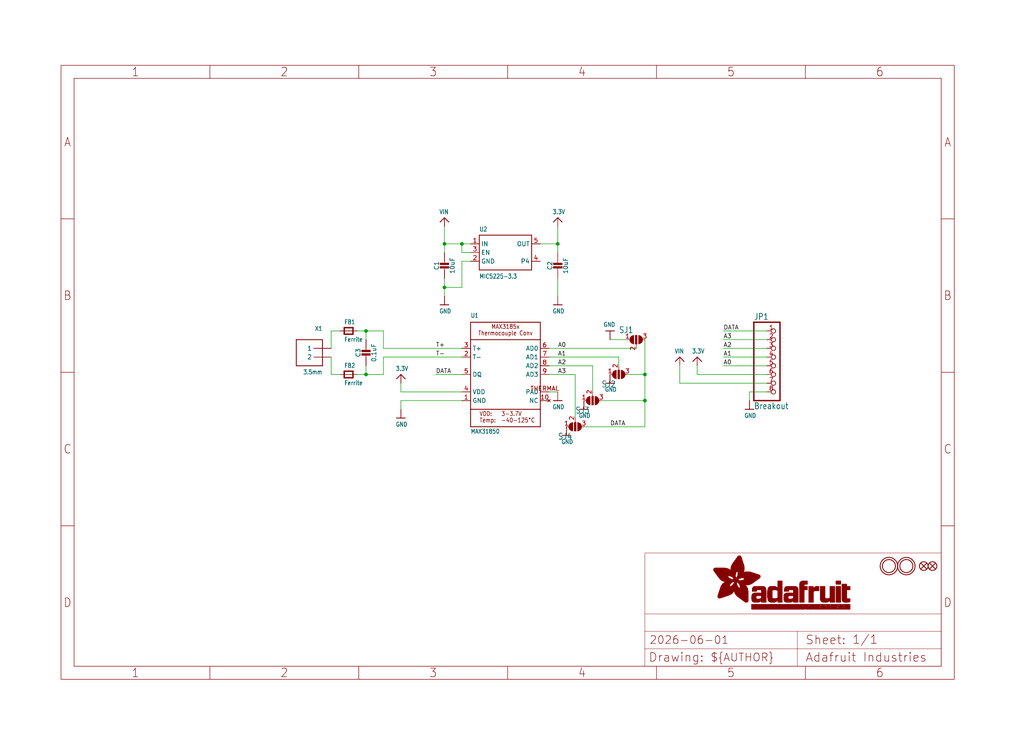
<source format=kicad_sch>
(kicad_sch (version 20230121) (generator eeschema)
  (paper "User" 298.45 217.322)
  (lib_symbols
    (symbol "working-eagle-import:3.3V" (power)
      (property "Value" "3.3V" (at -1.524 1.016 0))
      (symbol "3.3V_1_0"
        (pin power_in line (at 0 -2.54 90) (length 2.54) (name "3.3V") (number "1"))
      )
    )
    (symbol "working-eagle-import:CAP_CERAMIC0805-NOOUTLINE"
      (property "Reference" "C" (at -2.29 1.25 90))
      (symbol "CAP_CERAMIC0805-NOOUTLINE_1_0"
        (pin passive line (at 0 5.08 270) (length 2.54) (name "1") (number "1"))
        (pin passive line (at 0 -2.54 90) (length 2.54) (name "2") (number "2"))
      )
    )
    (symbol "working-eagle-import:FERRITE0805"
      (property "Reference" "FB" (at -1.27 1.905 0))
      (symbol "FERRITE0805_1_0"
        (pin passive line (at -2.54 0 0) (length 2.54) (name "P$1") (number "1"))
        (pin passive line (at 2.54 0 180) (length 2.54) (name "P$2") (number "2"))
      )
    )
    (symbol "working-eagle-import:FIDUCIAL{dblquote}{dblquote}")
    (symbol "working-eagle-import:FRAME_A4_ADAFRUIT"
      (symbol "FRAME_A4_ADAFRUIT_1_0"
        (text "${#}/${##}" (at 230.505 10.16 0) (effects (font (size 2.54 2.54)) (justify left bottom)))
        (text "${AUTHOR}" (at 189.23 5.08 0) (effects (font (size 2.286 2.286)) (justify left bottom)))
        (text "${CURRENT_DATE}" (at 171.45 10.16 0) (effects (font (size 2.286 2.286)) (justify left bottom)))
        (text "${PROJECTNAME}" (at 171.45 15.24 0) (effects (font (size 2.54 2.54)) (justify left bottom)))
        (text "1" (at 21.6958 1.905 0) (effects (font (size 2.54 2.286))))
        (text "1" (at 21.6958 177.165 0) (effects (font (size 2.54 2.286))))
        (text "2" (at 65.0875 1.905 0) (effects (font (size 2.54 2.286))))
        (text "2" (at 65.0875 177.165 0) (effects (font (size 2.54 2.286))))
        (text "3" (at 108.4792 1.905 0) (effects (font (size 2.54 2.286))))
        (text "3" (at 108.4792 177.165 0) (effects (font (size 2.54 2.286))))
        (text "4" (at 151.8708 1.905 0) (effects (font (size 2.54 2.286))))
        (text "4" (at 151.8708 177.165 0) (effects (font (size 2.54 2.286))))
        (text "5" (at 195.2625 1.905 0) (effects (font (size 2.54 2.286))))
        (text "5" (at 195.2625 177.165 0) (effects (font (size 2.54 2.286))))
        (text "6" (at 238.6542 1.905 0) (effects (font (size 2.54 2.286))))
        (text "6" (at 238.6542 177.165 0) (effects (font (size 2.54 2.286))))
        (text "A" (at 1.905 156.6863 0) (effects (font (size 2.54 2.286))))
        (text "A" (at 258.445 156.6863 0) (effects (font (size 2.54 2.286))))
        (text "Adafruit Industries" (at 216.916 4.953 0) (effects (font (size 2.54 2.54)) (justify left bottom)))
        (text "B" (at 1.905 111.9188 0) (effects (font (size 2.54 2.286))))
        (text "B" (at 258.445 111.9188 0) (effects (font (size 2.54 2.286))))
        (text "C" (at 1.905 67.1513 0) (effects (font (size 2.54 2.286))))
        (text "C" (at 258.445 67.1513 0) (effects (font (size 2.54 2.286))))
        (text "D" (at 1.905 22.3838 0) (effects (font (size 2.54 2.286))))
        (text "D" (at 258.445 22.3838 0) (effects (font (size 2.54 2.286))))
        (text "Drawing:" (at 171.196 4.953 0) (effects (font (size 2.54 2.54)) (justify left bottom)))
        (text "Sheet:" (at 216.916 10.033 0) (effects (font (size 2.54 2.54)) (justify left bottom)))
      )
    )
    (symbol "working-eagle-import:GND" (power)
      (property "Value" "GND" (at -1.524 -2.54 0))
      (symbol "GND_1_0"
        (pin power_in line (at 0 2.54 270) (length 2.54) (name "GND") (number "1"))
      )
    )
    (symbol "working-eagle-import:HEADER-1X870MIL"
      (property "Reference" "JP" (at -6.35 13.335 0))
      (symbol "HEADER-1X870MIL_1_0"
        (pin passive inverted (at -2.54 10.16 0) (length 2.54) (name "1") (number "1"))
        (pin passive inverted (at -2.54 7.62 0) (length 2.54) (name "2") (number "2"))
        (pin passive inverted (at -2.54 5.08 0) (length 2.54) (name "3") (number "3"))
        (pin passive inverted (at -2.54 2.54 0) (length 2.54) (name "4") (number "4"))
        (pin passive inverted (at -2.54 0 0) (length 2.54) (name "5") (number "5"))
        (pin passive inverted (at -2.54 -2.54 0) (length 2.54) (name "6") (number "6"))
        (pin passive inverted (at -2.54 -5.08 0) (length 2.54) (name "7") (number "7"))
        (pin passive inverted (at -2.54 -7.62 0) (length 2.54) (name "8") (number "8"))
      )
    )
    (symbol "working-eagle-import:MAX3185X"
      (property "Reference" "U" (at -10.16 16.51 0))
      (symbol "MAX3185X_1_0"
        (text "-40-125°C" (at -1.27 -13.335 0) (effects (font (size 1.27 1.0795)) (justify left)))
        (text "3-3.7V" (at -1.27 -11.43 0) (effects (font (size 1.27 1.0795)) (justify left)))
        (text "MAX3185x" (at 0 13.97 0) (effects (font (size 1.27 1.0795))))
        (text "Temp:" (at -7.62 -13.335 0) (effects (font (size 1.27 1.0795)) (justify left)))
        (text "Thermocouple Conv" (at 0 12.065 0) (effects (font (size 1.27 1.0795))))
        (text "VDD:" (at -7.62 -11.43 0) (effects (font (size 1.27 1.0795)) (justify left)))
        (pin power_in line (at -12.7 -7.62 0) (length 2.54) (name "GND") (number "1"))
        (pin no_connect line (at 12.7 -7.62 180) (length 2.54) (name "NC") (number "10"))
        (pin input line (at -12.7 5.08 0) (length 2.54) (name "T-") (number "2"))
        (pin input line (at -12.7 7.62 0) (length 2.54) (name "T+") (number "3"))
        (pin power_in line (at -12.7 -5.08 0) (length 2.54) (name "VDD") (number "4"))
        (pin bidirectional line (at -12.7 0 0) (length 2.54) (name "DQ") (number "5"))
        (pin input line (at 12.7 7.62 180) (length 2.54) (name "AD0") (number "6"))
        (pin input line (at 12.7 5.08 180) (length 2.54) (name "AD1") (number "7"))
        (pin input line (at 12.7 2.54 180) (length 2.54) (name "AD2") (number "8"))
        (pin input line (at 12.7 0 180) (length 2.54) (name "AD3") (number "9"))
        (pin passive line (at 12.7 -5.08 180) (length 2.54) (name "PAD") (number "THERMAL"))
      )
    )
    (symbol "working-eagle-import:MOUNTINGHOLE2.5")
    (symbol "working-eagle-import:SOLDERJUMPER_2WAY"
      (property "Reference" "SJ" (at -5.08 -3.81 0))
      (symbol "SOLDERJUMPER_2WAY_1_0"
        (pin passive line (at -2.54 0 0) (length 0) (name "1") (number "1"))
        (pin passive line (at 0 2.54 270) (length 0) (name "2") (number "2"))
        (pin passive line (at 2.54 0 180) (length 0) (name "3") (number "3"))
      )
    )
    (symbol "working-eagle-import:TERMBLOCK_1X2"
      (property "Reference" "X" (at -2.54 7.62 0))
      (symbol "TERMBLOCK_1X2_1_0"
        (pin passive line (at -5.08 2.54 0) (length 5.08) (name "1") (number "1"))
        (pin passive line (at -5.08 0 0) (length 5.08) (name "2") (number "2"))
      )
    )
    (symbol "working-eagle-import:VIN" (power)
      (property "Value" "VIN" (at -1.524 1.016 0))
      (symbol "VIN_1_0"
        (pin power_in line (at 0 -2.54 90) (length 2.54) (name "VIN") (number "1"))
      )
    )
    (symbol "working-eagle-import:VREG_SOT23-5"
      (property "Reference" "U" (at -7.62 6.096 0))
      (symbol "VREG_SOT23-5_1_0"
        (pin power_in line (at -10.16 2.54 0) (length 2.54) (name "IN") (number "1"))
        (pin power_in line (at -10.16 -2.54 0) (length 2.54) (name "GND") (number "2"))
        (pin input line (at -10.16 0 0) (length 2.54) (name "EN") (number "3"))
        (pin bidirectional line (at 10.16 -2.54 180) (length 2.54) (name "P4") (number "4"))
        (pin power_in line (at 10.16 2.54 180) (length 2.54) (name "OUT") (number "5"))
      )
    )
  )
  (junction (at 187.96 109.22))
  (junction (at 106.68 109.22))
  (junction (at 134.62 71.12))
  (junction (at 187.96 116.84))
  (junction (at 162.56 71.12))
  (junction (at 129.54 71.12))
  (junction (at 106.68 96.52))
  (junction (at 129.54 83.82))
  (wire (pts (xy 96.52 109.22) (xy 99.06 109.22)) (stroke (width 0.1524)))
  (wire (pts (xy 104.14 96.52) (xy 106.68 96.52)) (stroke (width 0.1524)))
  (wire (pts (xy 210.82 106.68) (xy 223.52 106.68)) (stroke (width 0.1524)))
  (wire (pts (xy 134.62 83.82) (xy 134.62 76.2)) (stroke (width 0.1524)))
  (wire (pts (xy 187.96 116.84) (xy 187.96 109.22)) (stroke (width 0.1524)))
  (wire (pts (xy 162.56 71.12) (xy 162.56 73.66)) (stroke (width 0.1524)))
  (wire (pts (xy 106.68 96.52) (xy 111.76 96.52)) (stroke (width 0.1524)))
  (wire (pts (xy 180.34 104.14) (xy 180.34 106.68)) (stroke (width 0.1524)))
  (wire (pts (xy 96.52 96.52) (xy 99.06 96.52)) (stroke (width 0.1524)))
  (wire (pts (xy 116.84 114.3) (xy 116.84 111.76)) (stroke (width 0.1524)))
  (wire (pts (xy 116.84 116.84) (xy 116.84 119.38)) (stroke (width 0.1524)))
  (wire (pts (xy 160.02 106.68) (xy 172.72 106.68)) (stroke (width 0.1524)))
  (wire (pts (xy 129.54 83.82) (xy 129.54 81.28)) (stroke (width 0.1524)))
  (wire (pts (xy 170.18 124.46) (xy 187.96 124.46)) (stroke (width 0.1524)))
  (wire (pts (xy 223.52 111.76) (xy 198.12 111.76)) (stroke (width 0.1524)))
  (wire (pts (xy 134.62 73.66) (xy 134.62 71.12)) (stroke (width 0.1524)))
  (wire (pts (xy 104.14 109.22) (xy 106.68 109.22)) (stroke (width 0.1524)))
  (wire (pts (xy 210.82 104.14) (xy 223.52 104.14)) (stroke (width 0.1524)))
  (wire (pts (xy 129.54 73.66) (xy 129.54 71.12)) (stroke (width 0.1524)))
  (wire (pts (xy 129.54 86.36) (xy 129.54 83.82)) (stroke (width 0.1524)))
  (wire (pts (xy 137.16 73.66) (xy 134.62 73.66)) (stroke (width 0.1524)))
  (wire (pts (xy 134.62 109.22) (xy 127 109.22)) (stroke (width 0.1524)))
  (wire (pts (xy 182.88 99.06) (xy 177.8 99.06)) (stroke (width 0.1524)))
  (wire (pts (xy 167.64 121.92) (xy 167.64 109.22)) (stroke (width 0.1524)))
  (wire (pts (xy 218.44 114.3) (xy 218.44 116.84)) (stroke (width 0.1524)))
  (wire (pts (xy 210.82 99.06) (xy 223.52 99.06)) (stroke (width 0.1524)))
  (wire (pts (xy 134.62 104.14) (xy 111.76 104.14)) (stroke (width 0.1524)))
  (wire (pts (xy 129.54 71.12) (xy 129.54 66.04)) (stroke (width 0.1524)))
  (wire (pts (xy 111.76 96.52) (xy 111.76 101.6)) (stroke (width 0.1524)))
  (wire (pts (xy 134.62 116.84) (xy 116.84 116.84)) (stroke (width 0.1524)))
  (wire (pts (xy 106.68 109.22) (xy 106.68 106.68)) (stroke (width 0.1524)))
  (wire (pts (xy 160.02 104.14) (xy 180.34 104.14)) (stroke (width 0.1524)))
  (wire (pts (xy 137.16 71.12) (xy 134.62 71.12)) (stroke (width 0.1524)))
  (wire (pts (xy 96.52 101.6) (xy 96.52 96.52)) (stroke (width 0.1524)))
  (wire (pts (xy 96.52 104.14) (xy 96.52 109.22)) (stroke (width 0.1524)))
  (wire (pts (xy 111.76 101.6) (xy 134.62 101.6)) (stroke (width 0.1524)))
  (wire (pts (xy 223.52 96.52) (xy 210.82 96.52)) (stroke (width 0.1524)))
  (wire (pts (xy 111.76 104.14) (xy 111.76 109.22)) (stroke (width 0.1524)))
  (wire (pts (xy 129.54 83.82) (xy 134.62 83.82)) (stroke (width 0.1524)))
  (wire (pts (xy 160.02 109.22) (xy 167.64 109.22)) (stroke (width 0.1524)))
  (wire (pts (xy 162.56 81.28) (xy 162.56 86.36)) (stroke (width 0.1524)))
  (wire (pts (xy 160.02 101.6) (xy 185.42 101.6)) (stroke (width 0.1524)))
  (wire (pts (xy 134.62 71.12) (xy 129.54 71.12)) (stroke (width 0.1524)))
  (wire (pts (xy 223.52 114.3) (xy 218.44 114.3)) (stroke (width 0.1524)))
  (wire (pts (xy 134.62 114.3) (xy 116.84 114.3)) (stroke (width 0.1524)))
  (wire (pts (xy 187.96 109.22) (xy 187.96 99.06)) (stroke (width 0.1524)))
  (wire (pts (xy 187.96 124.46) (xy 187.96 116.84)) (stroke (width 0.1524)))
  (wire (pts (xy 157.48 71.12) (xy 162.56 71.12)) (stroke (width 0.1524)))
  (wire (pts (xy 106.68 96.52) (xy 106.68 99.06)) (stroke (width 0.1524)))
  (wire (pts (xy 203.2 109.22) (xy 203.2 106.68)) (stroke (width 0.1524)))
  (wire (pts (xy 198.12 111.76) (xy 198.12 106.68)) (stroke (width 0.1524)))
  (wire (pts (xy 162.56 114.3) (xy 160.02 114.3)) (stroke (width 0.1524)))
  (wire (pts (xy 175.26 116.84) (xy 187.96 116.84)) (stroke (width 0.1524)))
  (wire (pts (xy 172.72 106.68) (xy 172.72 114.3)) (stroke (width 0.1524)))
  (wire (pts (xy 111.76 109.22) (xy 106.68 109.22)) (stroke (width 0.1524)))
  (wire (pts (xy 162.56 71.12) (xy 162.56 66.04)) (stroke (width 0.1524)))
  (wire (pts (xy 223.52 109.22) (xy 203.2 109.22)) (stroke (width 0.1524)))
  (wire (pts (xy 210.82 101.6) (xy 223.52 101.6)) (stroke (width 0.1524)))
  (wire (pts (xy 134.62 76.2) (xy 137.16 76.2)) (stroke (width 0.1524)))
  (wire (pts (xy 182.88 109.22) (xy 187.96 109.22)) (stroke (width 0.1524)))
  (label "DATA" (at 127 109.22 0) (effects (font (size 1.2446 1.2446))))
  (label "A0" (at 210.82 106.68 0) (effects (font (size 1.2446 1.2446))))
  (label "T+" (at 127 101.6 0) (effects (font (size 1.2446 1.2446))))
  (label "A0" (at 162.56 101.6 0) (effects (font (size 1.2446 1.2446))))
  (label "T-" (at 127 104.14 0) (effects (font (size 1.2446 1.2446))))
  (label "A2" (at 162.56 106.68 0) (effects (font (size 1.2446 1.2446))))
  (label "A3" (at 162.56 109.22 0) (effects (font (size 1.2446 1.2446))))
  (label "DATA" (at 177.8 124.46 0) (effects (font (size 1.2446 1.2446))))
  (label "DATA" (at 210.82 96.52 0) (effects (font (size 1.2446 1.2446))))
  (label "A3" (at 210.82 99.06 0) (effects (font (size 1.2446 1.2446))))
  (label "A1" (at 210.82 104.14 0) (effects (font (size 1.2446 1.2446))))
  (label "A1" (at 162.56 104.14 0) (effects (font (size 1.2446 1.2446))))
  (label "A2" (at 210.82 101.6 0) (effects (font (size 1.2446 1.2446))))
  (symbol (lib_id "working-eagle-import:3.3V") (at 116.84 109.22 0) (unit 1)
    (property "Reference" "#U$6" (effects hide))
    (property "Value" "3.3V" (at 115.316 108.204 0) (effects (font (size 1.27 1.0795)) (justify left bottom)))
  )
  (symbol (lib_id "working-eagle-import:GND") (at 170.18 119.38 0) (unit 1)
    (property "Reference" "#U$11" (effects hide))
    (property "Value" "GND" (at 168.656 121.92 0) (effects (font (size 1.27 1.0795)) (justify left bottom)))
  )
  (symbol (lib_id "working-eagle-import:SOLDERJUMPER_2WAY") (at 180.34 109.22 0) (unit 1)
    (property "Reference" "SJ2" (at 175.26 113.03 0) (effects (font (size 1.778 1.5113)) (justify left bottom)))
    (property "Value" "SOLDERJUMPER_2WAY" (effects hide))
    (property "Footprint" "working:SOLDERJUMPER_2WAY_OPEN_NOPASTE" (effects hide))
  )
  (symbol (lib_id "working-eagle-import:3.3V") (at 203.2 104.14 0) (unit 1)
    (property "Reference" "#U$15" (effects hide))
    (property "Value" "3.3V" (at 201.676 103.124 0) (effects (font (size 1.27 1.0795)) (justify left bottom)))
  )
  (symbol (lib_id "working-eagle-import:GND") (at 162.56 88.9 0) (unit 1)
    (property "Reference" "#U$4" (effects hide))
    (property "Value" "GND" (at 161.036 91.44 0) (effects (font (size 1.27 1.0795)) (justify left bottom)))
  )
  (symbol (lib_id "working-eagle-import:CAP_CERAMIC0805-NOOUTLINE") (at 162.56 78.74 0) (unit 1)
    (property "Reference" "C2" (at 160.27 77.49 90))
    (property "Value" "10uF" (at 164.86 77.49 90))
    (property "Footprint" "working:0805-NO" (effects hide))
  )
  (symbol (lib_id "working-eagle-import:FERRITE0805") (at 101.6 109.22 0) (unit 1)
    (property "Reference" "FB2" (at 100.33 107.315 0) (effects (font (size 1.27 1.0795)) (justify left bottom)))
    (property "Value" "Ferrite" (at 100.33 112.395 0) (effects (font (size 1.27 1.0795)) (justify left bottom)))
    (property "Footprint" "working:0805" (effects hide))
  )
  (symbol (lib_id "working-eagle-import:3.3V") (at 162.56 63.5 0) (unit 1)
    (property "Reference" "#U$5" (effects hide))
    (property "Value" "3.3V" (at 161.036 62.484 0) (effects (font (size 1.27 1.0795)) (justify left bottom)))
  )
  (symbol (lib_id "working-eagle-import:GND") (at 162.56 116.84 0) (unit 1)
    (property "Reference" "#U$17" (effects hide))
    (property "Value" "GND" (at 161.036 119.38 0) (effects (font (size 1.27 1.0795)) (justify left bottom)))
  )
  (symbol (lib_id "working-eagle-import:MOUNTINGHOLE2.5") (at 259.08 165.1 0) (unit 1)
    (property "Reference" "U$9" (effects hide))
    (property "Value" "MOUNTINGHOLE2.5" (effects hide))
    (property "Footprint" "working:MOUNTINGHOLE_2.5_PLATED" (effects hide))
  )
  (symbol (lib_id "working-eagle-import:VIN") (at 129.54 63.5 0) (unit 1)
    (property "Reference" "#U$2" (effects hide))
    (property "Value" "VIN" (at 128.016 62.484 0) (effects (font (size 1.27 1.0795)) (justify left bottom)))
  )
  (symbol (lib_id "working-eagle-import:FIDUCIAL{dblquote}{dblquote}") (at 271.78 165.1 0) (unit 1)
    (property "Reference" "FID1" (effects hide))
    (property "Value" "FIDUCIAL{dblquote}{dblquote}" (effects hide))
    (property "Footprint" "working:FIDUCIAL_1MM" (effects hide))
  )
  (symbol (lib_id "working-eagle-import:FRAME_A4_ADAFRUIT") (at 17.78 198.12 0) (unit 1)
    (property "Reference" "#U$1" (effects hide))
    (property "Value" "FRAME_A4_ADAFRUIT" (effects hide))
  )
  (symbol (lib_id "working-eagle-import:SOLDERJUMPER_2WAY") (at 172.72 116.84 0) (unit 1)
    (property "Reference" "SJ3" (at 167.64 120.65 0) (effects (font (size 1.778 1.5113)) (justify left bottom)))
    (property "Value" "SOLDERJUMPER_2WAY" (effects hide))
    (property "Footprint" "working:SOLDERJUMPER_2WAY_OPEN_NOPASTE" (effects hide))
  )
  (symbol (lib_id "working-eagle-import:TERMBLOCK_1X2") (at 91.44 104.14 0) (mirror y) (unit 1)
    (property "Reference" "X1" (at 93.98 96.52 0) (effects (font (size 1.27 1.0795)) (justify left bottom)))
    (property "Value" "3.5mm" (at 93.98 109.22 0) (effects (font (size 1.27 1.0795)) (justify left bottom)))
    (property "Footprint" "working:TERMBLOCK_1X2-3.5MM" (effects hide))
  )
  (symbol (lib_id "working-eagle-import:SOLDERJUMPER_2WAY") (at 185.42 99.06 0) (mirror x) (unit 1)
    (property "Reference" "SJ1" (at 180.34 95.25 0) (effects (font (size 1.778 1.5113)) (justify left bottom)))
    (property "Value" "SOLDERJUMPER_2WAY" (effects hide))
    (property "Footprint" "working:SOLDERJUMPER_2WAY_OPEN_NOPASTE" (effects hide))
  )
  (symbol (lib_id "working-eagle-import:GND") (at 218.44 119.38 0) (unit 1)
    (property "Reference" "#U$16" (effects hide))
    (property "Value" "GND" (at 216.916 121.92 0) (effects (font (size 1.27 1.0795)) (justify left bottom)))
  )
  (symbol (lib_id "working-eagle-import:GND") (at 177.8 96.52 180) (unit 1)
    (property "Reference" "#U$13" (effects hide))
    (property "Value" "GND" (at 179.324 93.98 0) (effects (font (size 1.27 1.0795)) (justify left bottom)))
  )
  (symbol (lib_id "working-eagle-import:GND") (at 116.84 121.92 0) (unit 1)
    (property "Reference" "#U$7" (effects hide))
    (property "Value" "GND" (at 115.316 124.46 0) (effects (font (size 1.27 1.0795)) (justify left bottom)))
  )
  (symbol (lib_id "working-eagle-import:CAP_CERAMIC0805-NOOUTLINE") (at 106.68 104.14 0) (unit 1)
    (property "Reference" "C3" (at 104.39 102.89 90))
    (property "Value" "0.1uF" (at 108.98 102.89 90))
    (property "Footprint" "working:0805-NO" (effects hide))
  )
  (symbol (lib_id "working-eagle-import:GND") (at 177.8 111.76 0) (unit 1)
    (property "Reference" "#U$12" (effects hide))
    (property "Value" "GND" (at 176.276 114.3 0) (effects (font (size 1.27 1.0795)) (justify left bottom)))
  )
  (symbol (lib_id "working-eagle-import:CAP_CERAMIC0805-NOOUTLINE") (at 129.54 78.74 0) (unit 1)
    (property "Reference" "C1" (at 127.25 77.49 90))
    (property "Value" "10uF" (at 131.84 77.49 90))
    (property "Footprint" "working:0805-NO" (effects hide))
  )
  (symbol (lib_id "working-eagle-import:FIDUCIAL{dblquote}{dblquote}") (at 269.24 165.1 0) (unit 1)
    (property "Reference" "FID2" (effects hide))
    (property "Value" "FIDUCIAL{dblquote}{dblquote}" (effects hide))
    (property "Footprint" "working:FIDUCIAL_1MM" (effects hide))
  )
  (symbol (lib_id "working-eagle-import:MOUNTINGHOLE2.5") (at 264.16 165.1 0) (unit 1)
    (property "Reference" "U$8" (effects hide))
    (property "Value" "MOUNTINGHOLE2.5" (effects hide))
    (property "Footprint" "working:MOUNTINGHOLE_2.5_PLATED" (effects hide))
  )
  (symbol (lib_id "working-eagle-import:GND") (at 129.54 88.9 0) (unit 1)
    (property "Reference" "#U$3" (effects hide))
    (property "Value" "GND" (at 128.016 91.44 0) (effects (font (size 1.27 1.0795)) (justify left bottom)))
  )
  (symbol (lib_id "working-eagle-import:VREG_SOT23-5") (at 147.32 73.66 0) (unit 1)
    (property "Reference" "U2" (at 139.7 67.564 0) (effects (font (size 1.27 1.0795)) (justify left bottom)))
    (property "Value" "MIC5225-3.3" (at 139.7 81.28 0) (effects (font (size 1.27 1.0795)) (justify left bottom)))
    (property "Footprint" "working:SOT23-5" (effects hide))
  )
  (symbol (lib_id "working-eagle-import:SOLDERJUMPER_2WAY") (at 167.64 124.46 0) (unit 1)
    (property "Reference" "SJ4" (at 162.56 128.27 0) (effects (font (size 1.778 1.5113)) (justify left bottom)))
    (property "Value" "SOLDERJUMPER_2WAY" (effects hide))
    (property "Footprint" "working:SOLDERJUMPER_2WAY_OPEN_NOPASTE" (effects hide))
  )
  (symbol (lib_id "working-eagle-import:FERRITE0805") (at 101.6 96.52 0) (unit 1)
    (property "Reference" "FB1" (at 100.33 94.615 0) (effects (font (size 1.27 1.0795)) (justify left bottom)))
    (property "Value" "Ferrite" (at 100.33 99.695 0) (effects (font (size 1.27 1.0795)) (justify left bottom)))
    (property "Footprint" "working:0805" (effects hide))
  )
  (symbol (lib_id "working-eagle-import:VIN") (at 198.12 104.14 0) (unit 1)
    (property "Reference" "#U$14" (effects hide))
    (property "Value" "VIN" (at 196.596 103.124 0) (effects (font (size 1.27 1.0795)) (justify left bottom)))
  )
  (symbol (lib_id "working-eagle-import:HEADER-1X870MIL") (at 226.06 106.68 0) (unit 1)
    (property "Reference" "JP1" (at 219.71 93.345 0) (effects (font (size 1.778 1.5113)) (justify left bottom)))
    (property "Value" "Breakout" (at 219.71 119.38 0) (effects (font (size 1.778 1.5113)) (justify left bottom)))
    (property "Footprint" "working:1X08_ROUND_70" (effects hide))
  )
  (symbol (lib_id "working-eagle-import:GND") (at 165.1 127 0) (unit 1)
    (property "Reference" "#U$10" (effects hide))
    (property "Value" "GND" (at 163.576 129.54 0) (effects (font (size 1.27 1.0795)) (justify left bottom)))
  )
  (symbol (lib_id "working-eagle-import:MAX3185X") (at 147.32 109.22 0) (unit 1)
    (property "Reference" "U1" (at 137.16 92.71 0) (effects (font (size 1.27 1.0795)) (justify left bottom)))
    (property "Value" "MAX31850" (at 137.16 126.492 0) (effects (font (size 1.27 1.0795)) (justify left bottom)))
    (property "Footprint" "working:TDFN10_3X4MM" (effects hide))
  )
)
</source>
